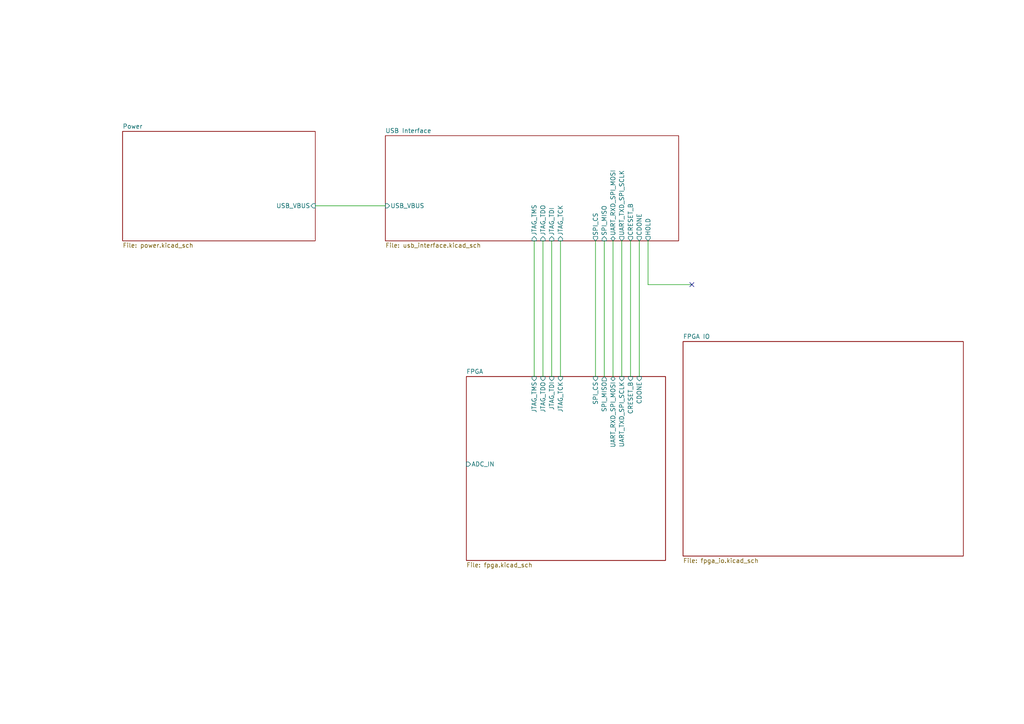
<source format=kicad_sch>
(kicad_sch
	(version 20231120)
	(generator "eeschema")
	(generator_version "8.0")
	(uuid "8a8e4ede-5ef9-4a53-a3a5-89928e3630c6")
	(paper "A4")
	(lib_symbols)
	(no_connect
		(at 200.66 82.55)
		(uuid "57992069-559e-4f27-aad6-df1dd16244a4")
	)
	(wire
		(pts
			(xy 177.8 69.85) (xy 177.8 109.22)
		)
		(stroke
			(width 0)
			(type default)
		)
		(uuid "0bf99066-601b-4266-85f6-bbdbf315592e")
	)
	(wire
		(pts
			(xy 172.72 69.85) (xy 172.72 109.22)
		)
		(stroke
			(width 0)
			(type default)
		)
		(uuid "0c3683bb-5957-4d86-8f2b-ac5c110cf349")
	)
	(wire
		(pts
			(xy 154.94 69.85) (xy 154.94 109.22)
		)
		(stroke
			(width 0)
			(type default)
		)
		(uuid "23545c1d-57a3-4388-99ca-d36817993da3")
	)
	(wire
		(pts
			(xy 91.44 59.69) (xy 111.76 59.69)
		)
		(stroke
			(width 0)
			(type default)
		)
		(uuid "26143a73-c407-4d30-bf00-ce5d67a47346")
	)
	(wire
		(pts
			(xy 182.88 69.85) (xy 182.88 109.22)
		)
		(stroke
			(width 0)
			(type default)
		)
		(uuid "2994253a-d167-4379-954b-ef2409dfb3d7")
	)
	(wire
		(pts
			(xy 185.42 69.85) (xy 185.42 109.22)
		)
		(stroke
			(width 0)
			(type default)
		)
		(uuid "41b216e4-877e-4903-9fe7-65a8e9324ff2")
	)
	(wire
		(pts
			(xy 160.02 69.85) (xy 160.02 109.22)
		)
		(stroke
			(width 0)
			(type default)
		)
		(uuid "432ed8c9-9dd5-4dbe-8614-c433fb098044")
	)
	(wire
		(pts
			(xy 187.96 69.85) (xy 187.96 82.55)
		)
		(stroke
			(width 0)
			(type default)
		)
		(uuid "44fdac4b-1b50-4813-8d4e-5e4a56cb645b")
	)
	(wire
		(pts
			(xy 162.56 69.85) (xy 162.56 109.22)
		)
		(stroke
			(width 0)
			(type default)
		)
		(uuid "4c786e2b-550c-45fc-a18f-0f8494db1809")
	)
	(wire
		(pts
			(xy 187.96 82.55) (xy 200.66 82.55)
		)
		(stroke
			(width 0)
			(type default)
		)
		(uuid "888f5ce5-ad94-4e2a-9a16-1ea5f273fe04")
	)
	(wire
		(pts
			(xy 175.26 69.85) (xy 175.26 109.22)
		)
		(stroke
			(width 0)
			(type default)
		)
		(uuid "a2c3ca6c-53ce-4c43-95e6-69d10696ae77")
	)
	(wire
		(pts
			(xy 157.48 69.85) (xy 157.48 109.22)
		)
		(stroke
			(width 0)
			(type default)
		)
		(uuid "c5723dec-8b07-4273-af8d-a17d6a3fa1bd")
	)
	(wire
		(pts
			(xy 180.34 69.85) (xy 180.34 109.22)
		)
		(stroke
			(width 0)
			(type default)
		)
		(uuid "c66d46d5-7710-49d5-9ae4-8d8f99d0b8b7")
	)
	(sheet
		(at 198.12 99.06)
		(size 81.28 62.23)
		(fields_autoplaced yes)
		(stroke
			(width 0.1524)
			(type solid)
		)
		(fill
			(color 0 0 0 0.0000)
		)
		(uuid "38fccc79-beb2-47d5-90ee-fa28adeba9f2")
		(property "Sheetname" "FPGA IO"
			(at 198.12 98.3484 0)
			(effects
				(font
					(size 1.27 1.27)
				)
				(justify left bottom)
			)
		)
		(property "Sheetfile" "fpga_io.kicad_sch"
			(at 198.12 161.8746 0)
			(effects
				(font
					(size 1.27 1.27)
				)
				(justify left top)
			)
		)
		(instances
			(project "aprs_receiver_board"
				(path "/8a8e4ede-5ef9-4a53-a3a5-89928e3630c6"
					(page "5")
				)
			)
		)
	)
	(sheet
		(at 35.56 38.1)
		(size 55.88 31.75)
		(fields_autoplaced yes)
		(stroke
			(width 0.1524)
			(type solid)
		)
		(fill
			(color 0 0 0 0.0000)
		)
		(uuid "3e24cd22-99b8-4f24-a536-e33a1068bbd2")
		(property "Sheetname" "Power"
			(at 35.56 37.3884 0)
			(effects
				(font
					(size 1.27 1.27)
				)
				(justify left bottom)
			)
		)
		(property "Sheetfile" "power.kicad_sch"
			(at 35.56 70.4346 0)
			(effects
				(font
					(size 1.27 1.27)
				)
				(justify left top)
			)
		)
		(pin "USB_VBUS" input
			(at 91.44 59.69 0)
			(effects
				(font
					(size 1.27 1.27)
				)
				(justify right)
			)
			(uuid "d6287499-b10c-49a8-8904-6ae6a1b065ef")
		)
		(instances
			(project "aprs_receiver_board"
				(path "/8a8e4ede-5ef9-4a53-a3a5-89928e3630c6"
					(page "3")
				)
			)
		)
	)
	(sheet
		(at 111.76 39.37)
		(size 85.09 30.48)
		(fields_autoplaced yes)
		(stroke
			(width 0.1524)
			(type solid)
		)
		(fill
			(color 0 0 0 0.0000)
		)
		(uuid "c85cdd07-6dde-424d-9bef-334e90a805cb")
		(property "Sheetname" "USB Interface"
			(at 111.76 38.6584 0)
			(effects
				(font
					(size 1.27 1.27)
				)
				(justify left bottom)
			)
		)
		(property "Sheetfile" "usb_interface.kicad_sch"
			(at 111.76 70.4346 0)
			(effects
				(font
					(size 1.27 1.27)
				)
				(justify left top)
			)
		)
		(pin "JTAG_TCK" input
			(at 162.56 69.85 270)
			(effects
				(font
					(size 1.27 1.27)
				)
				(justify left)
			)
			(uuid "f75c3abd-7c4b-41bb-836a-b944c244bf8f")
		)
		(pin "JTAG_TDI" input
			(at 160.02 69.85 270)
			(effects
				(font
					(size 1.27 1.27)
				)
				(justify left)
			)
			(uuid "699327de-7e66-4cc9-aa48-cc6c67e3e5c6")
		)
		(pin "JTAG_TDO" input
			(at 157.48 69.85 270)
			(effects
				(font
					(size 1.27 1.27)
				)
				(justify left)
			)
			(uuid "5d29b98f-5a0e-41e3-8cc8-61256cc245b1")
		)
		(pin "JTAG_TMS" input
			(at 154.94 69.85 270)
			(effects
				(font
					(size 1.27 1.27)
				)
				(justify left)
			)
			(uuid "9b2295ce-acf7-4103-965f-ea6eef69508b")
		)
		(pin "USB_VBUS" input
			(at 111.76 59.69 180)
			(effects
				(font
					(size 1.27 1.27)
				)
				(justify left)
			)
			(uuid "d7101548-8114-4ace-a092-20be5eb9a231")
		)
		(pin "HOLD" output
			(at 187.96 69.85 270)
			(effects
				(font
					(size 1.27 1.27)
				)
				(justify left)
			)
			(uuid "3ff5fc49-ad17-4889-85dd-ccacfe27cf47")
		)
		(pin "SPI_MISO" input
			(at 175.26 69.85 270)
			(effects
				(font
					(size 1.27 1.27)
				)
				(justify left)
			)
			(uuid "30229b24-524b-4a14-8753-c72bdffd32bb")
		)
		(pin "UART_RXD_SPI_MOSI" bidirectional
			(at 177.8 69.85 270)
			(effects
				(font
					(size 1.27 1.27)
				)
				(justify left)
			)
			(uuid "96e13320-6875-4d33-bd90-a25f4316cba2")
		)
		(pin "UART_TXD_SPI_SCLK" output
			(at 180.34 69.85 270)
			(effects
				(font
					(size 1.27 1.27)
				)
				(justify left)
			)
			(uuid "acdece17-ea49-40ab-b0eb-8446ab932cb5")
		)
		(pin "SPI_CS" output
			(at 172.72 69.85 270)
			(effects
				(font
					(size 1.27 1.27)
				)
				(justify left)
			)
			(uuid "f53cc2d3-1a3b-4ae0-8d72-4f8cf4748098")
		)
		(pin "CRESET_B" output
			(at 182.88 69.85 270)
			(effects
				(font
					(size 1.27 1.27)
				)
				(justify left)
			)
			(uuid "1efad43f-cd08-4bf0-aac1-f0ff46150343")
		)
		(pin "CDONE" output
			(at 185.42 69.85 270)
			(effects
				(font
					(size 1.27 1.27)
				)
				(justify left)
			)
			(uuid "c6aef788-e9d1-4164-9932-cbed5cf62824")
		)
		(instances
			(project "aprs_receiver_board"
				(path "/8a8e4ede-5ef9-4a53-a3a5-89928e3630c6"
					(page "2")
				)
			)
		)
	)
	(sheet
		(at 135.255 109.22)
		(size 57.785 53.34)
		(fields_autoplaced yes)
		(stroke
			(width 0.1524)
			(type solid)
		)
		(fill
			(color 0 0 0 0.0000)
		)
		(uuid "d55cfce2-e6ce-4722-a918-164ac31499ba")
		(property "Sheetname" "FPGA"
			(at 135.255 108.5084 0)
			(effects
				(font
					(size 1.27 1.27)
				)
				(justify left bottom)
			)
		)
		(property "Sheetfile" "fpga.kicad_sch"
			(at 135.255 163.1446 0)
			(effects
				(font
					(size 1.27 1.27)
				)
				(justify left top)
			)
		)
		(pin "ADC_IN" input
			(at 135.255 134.62 180)
			(effects
				(font
					(size 1.27 1.27)
				)
				(justify left)
			)
			(uuid "72552cd3-f332-4e45-8b05-0a20d65e81f0")
		)
		(pin "SPI_MISO" output
			(at 175.26 109.22 90)
			(effects
				(font
					(size 1.27 1.27)
				)
				(justify right)
			)
			(uuid "73240b7c-e6fb-4b52-bc2d-6b9456a727d1")
		)
		(pin "UART_RXD_SPI_MOSI" bidirectional
			(at 177.8 109.22 90)
			(effects
				(font
					(size 1.27 1.27)
				)
				(justify right)
			)
			(uuid "83962c0d-f908-4574-8c37-11e3b89cefb1")
		)
		(pin "UART_TXD_SPI_SCLK" input
			(at 180.34 109.22 90)
			(effects
				(font
					(size 1.27 1.27)
				)
				(justify right)
			)
			(uuid "43335820-4e27-4df2-b4d2-bff28711314b")
		)
		(pin "JTAG_TCK" input
			(at 162.56 109.22 90)
			(effects
				(font
					(size 1.27 1.27)
				)
				(justify right)
			)
			(uuid "f6cbfa2d-7aae-4956-99ef-799913654e55")
		)
		(pin "JTAG_TDO" input
			(at 157.48 109.22 90)
			(effects
				(font
					(size 1.27 1.27)
				)
				(justify right)
			)
			(uuid "4f48b338-cc1e-4029-8f96-f379ad0d17b1")
		)
		(pin "CRESET_B" input
			(at 182.88 109.22 90)
			(effects
				(font
					(size 1.27 1.27)
				)
				(justify right)
			)
			(uuid "7d035d00-7195-4c62-abd2-9ca1f235e5db")
		)
		(pin "JTAG_TMS" input
			(at 154.94 109.22 90)
			(effects
				(font
					(size 1.27 1.27)
				)
				(justify right)
			)
			(uuid "a28fd450-3fff-4d4f-ac19-90f4f641fd29")
		)
		(pin "JTAG_TDI" input
			(at 160.02 109.22 90)
			(effects
				(font
					(size 1.27 1.27)
				)
				(justify right)
			)
			(uuid "5b2c60c0-bc12-499b-bed1-1baebd35ed73")
		)
		(pin "CDONE" input
			(at 185.42 109.22 90)
			(effects
				(font
					(size 1.27 1.27)
				)
				(justify right)
			)
			(uuid "6179072b-4ef9-49e9-bed1-8eb81b725fa6")
		)
		(pin "SPI_CS" input
			(at 172.72 109.22 90)
			(effects
				(font
					(size 1.27 1.27)
				)
				(justify right)
			)
			(uuid "bc197bb4-4995-454e-8218-6e62675dc0fe")
		)
		(instances
			(project "aprs_receiver_board"
				(path "/8a8e4ede-5ef9-4a53-a3a5-89928e3630c6"
					(page "4")
				)
			)
		)
	)
	(sheet_instances
		(path "/"
			(page "1")
		)
	)
)
</source>
